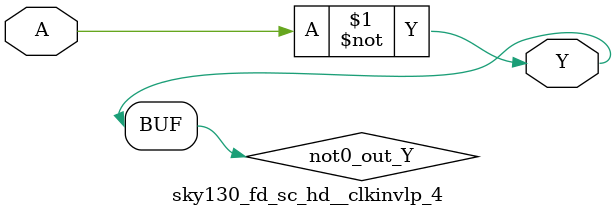
<source format=v>
/*
 * Copyright 2020 The SkyWater PDK Authors
 *
 * Licensed under the Apache License, Version 2.0 (the "License");
 * you may not use this file except in compliance with the License.
 * You may obtain a copy of the License at
 *
 *     https://www.apache.org/licenses/LICENSE-2.0
 *
 * Unless required by applicable law or agreed to in writing, software
 * distributed under the License is distributed on an "AS IS" BASIS,
 * WITHOUT WARRANTIES OR CONDITIONS OF ANY KIND, either express or implied.
 * See the License for the specific language governing permissions and
 * limitations under the License.
 *
 * SPDX-License-Identifier: Apache-2.0
*/


`ifndef SKY130_FD_SC_HD__CLKINVLP_4_FUNCTIONAL_V
`define SKY130_FD_SC_HD__CLKINVLP_4_FUNCTIONAL_V

/**
 * clkinvlp: Lower power Clock tree inverter.
 *
 * Verilog simulation functional model.
 */

`timescale 1ns / 1ps
`default_nettype none

`celldefine
module sky130_fd_sc_hd__clkinvlp_4 (
    Y,
    A
);

    // Module ports
    output Y;
    input  A;

    // Local signals
    wire not0_out_Y;

    //  Name  Output      Other arguments
    not not0 (not0_out_Y, A              );
    buf buf0 (Y         , not0_out_Y     );

endmodule
`endcelldefine

`default_nettype wire
`endif  // SKY130_FD_SC_HD__CLKINVLP_4_FUNCTIONAL_V

</source>
